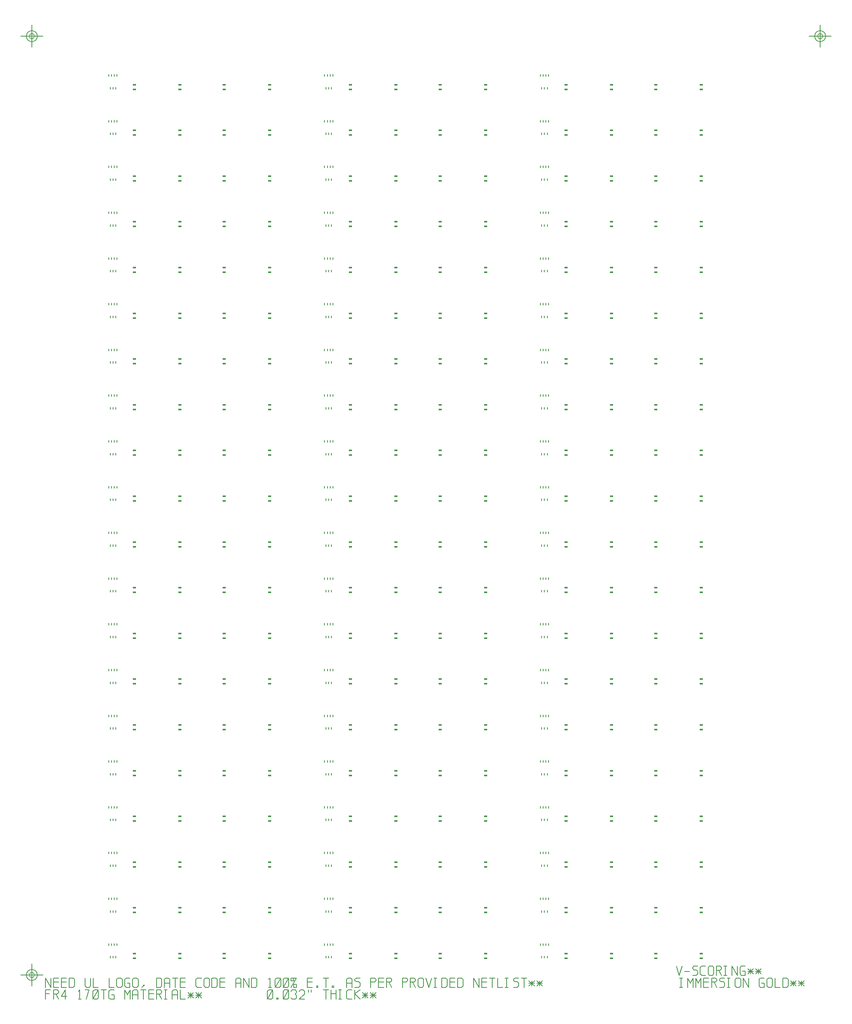
<source format=gbr>
*%FSLAX24Y24*%
%MOIN*%
%IPPOS*%
%ADD10C,0.03*%
%ADD11C,0.024*%
%ADD12R,0.065X0.032*%
%ADD13C,0.0276*%
%ADD14C,0.01*%
%ADD15C,0.015*%
%ADD16C,0.125*%
%ADD17R,0.075X0.075*%
%ADD18R,0.08X0.08*%
%AMD19*
1,1,0.1,0.0,0.0*
1,0,0.0875,0.0,0.0*
1,1,0.05,0.0,0.0*
1,0,0.0375,0.0,0.0*
20,1,0.0062,0.0,-0.0969,0.0,0.0969,0.0*
20,1,0.0062,-0.0969,0.0,0.0969,0.0,0.0*%
%ADD19D19*%
G04:---LTIenv:A019:6,0.2,6 *
%ADD100C,0.03*%
%ADD101C,0.024*%
%ADD102R,0.012X0.024*%
%ADD103R,0.03X0.02*%
%ADD104C,0.007*%
%ADD105R,0.062X0.028*%
%ADD106R,0.0085X0.02*%
%ADD107R,0.026X0.018*%
%ADD108C,0.035*%
%ADD109R,0.07X0.037*%
%ADD110C,0.035*%
%ADD111R,0.017X0.029*%
%ADD112R,0.035X0.025*%
%ADD113C,0.005*%
%AMD117*
1,1,0.001,0.01,0.0*
20,1,0.001,0.01,0.0,-0.01,0.0,0.0*
1,1,0.001,-0.01,0.0*
1,1,0.001,0.0,0.01*
20,1,0.001,0.0,0.01,0.0,-0.01,0.0*
1,1,0.001,0.0,-0.01*%
%ADD117D117*%
%AMD118*
1,1,0.001,0.025,0.0*
20,1,0.001,0.025,0.0,0.0246,-0.0043,0.0*
1,1,0.001,0.0246,-0.0043*
20,1,0.001,0.0246,-0.0043,0.0235,-0.0086,0.0*
1,1,0.001,0.0235,-0.0086*
20,1,0.001,0.0235,-0.0086,0.0217,-0.0125,0.0*
1,1,0.001,0.0217,-0.0125*
20,1,0.001,0.0217,-0.0125,0.0192,-0.0161,0.0*
1,1,0.001,0.0192,-0.0161*
20,1,0.001,0.0192,-0.0161,0.0161,-0.0192,0.0*
1,1,0.001,0.0161,-0.0192*
20,1,0.001,0.0161,-0.0192,0.0125,-0.0217,0.0*
1,1,0.001,0.0125,-0.0217*
20,1,0.001,0.0125,-0.0217,0.0086,-0.0235,0.0*
1,1,0.001,0.0086,-0.0235*
20,1,0.001,0.0086,-0.0235,0.0043,-0.0246,0.0*
1,1,0.001,0.0043,-0.0246*
20,1,0.001,0.0043,-0.0246,0.0,-0.025,0.0*
1,1,0.001,0.0,-0.025*
20,1,0.001,0.0,-0.025,-0.0043,-0.0246,0.0*
1,1,0.001,-0.0043,-0.0246*
20,1,0.001,-0.0043,-0.0246,-0.0086,-0.0235,0.0*
1,1,0.001,-0.0086,-0.0235*
20,1,0.001,-0.0086,-0.0235,-0.0125,-0.0217,0.0*
1,1,0.001,-0.0125,-0.0217*
20,1,0.001,-0.0125,-0.0217,-0.0161,-0.0192,0.0*
1,1,0.001,-0.0161,-0.0192*
20,1,0.001,-0.0161,-0.0192,-0.0192,-0.0161,0.0*
1,1,0.001,-0.0192,-0.0161*
20,1,0.001,-0.0192,-0.0161,-0.0217,-0.0125,0.0*
1,1,0.001,-0.0217,-0.0125*
20,1,0.001,-0.0217,-0.0125,-0.0235,-0.0086,0.0*
1,1,0.001,-0.0235,-0.0086*
20,1,0.001,-0.0235,-0.0086,-0.0246,-0.0043,0.0*
1,1,0.001,-0.0246,-0.0043*
20,1,0.001,-0.0246,-0.0043,-0.025,0.0,0.0*
1,1,0.001,-0.025,0.0*
20,1,0.001,-0.025,0.0,-0.0246,0.0043,0.0*
1,1,0.001,-0.0246,0.0043*
20,1,0.001,-0.0246,0.0043,-0.0235,0.0086,0.0*
1,1,0.001,-0.0235,0.0086*
20,1,0.001,-0.0235,0.0086,-0.0217,0.0125,0.0*
1,1,0.001,-0.0217,0.0125*
20,1,0.001,-0.0217,0.0125,-0.0192,0.0161,0.0*
1,1,0.001,-0.0192,0.0161*
20,1,0.001,-0.0192,0.0161,-0.0161,0.0192,0.0*
1,1,0.001,-0.0161,0.0192*
20,1,0.001,-0.0161,0.0192,-0.0125,0.0217,0.0*
1,1,0.001,-0.0125,0.0217*
20,1,0.001,-0.0125,0.0217,-0.0086,0.0235,0.0*
1,1,0.001,-0.0086,0.0235*
20,1,0.001,-0.0086,0.0235,-0.0043,0.0246,0.0*
1,1,0.001,-0.0043,0.0246*
20,1,0.001,-0.0043,0.0246,0.0,0.025,0.0*
1,1,0.001,0.0,0.025*
20,1,0.001,0.0,0.025,0.0043,0.0246,0.0*
1,1,0.001,0.0043,0.0246*
20,1,0.001,0.0043,0.0246,0.0086,0.0235,0.0*
1,1,0.001,0.0086,0.0235*
20,1,0.001,0.0086,0.0235,0.0125,0.0217,0.0*
1,1,0.001,0.0125,0.0217*
20,1,0.001,0.0125,0.0217,0.0161,0.0192,0.0*
1,1,0.001,0.0161,0.0192*
20,1,0.001,0.0161,0.0192,0.0192,0.0161,0.0*
1,1,0.001,0.0192,0.0161*
20,1,0.001,0.0192,0.0161,0.0217,0.0125,0.0*
1,1,0.001,0.0217,0.0125*
20,1,0.001,0.0217,0.0125,0.0235,0.0086,0.0*
1,1,0.001,0.0235,0.0086*
20,1,0.001,0.0235,0.0086,0.0246,0.0043,0.0*
1,1,0.001,0.0246,0.0043*
20,1,0.001,0.0246,0.0043,0.025,0.0,0.0*
1,1,0.001,0.025,0.0*
1,1,0.001,0.0125,0.0*
20,1,0.001,0.0125,0.0,-0.0125,0.0,0.0*
1,1,0.001,-0.0125,0.0*
1,1,0.001,0.0,0.0125*
20,1,0.001,0.0,0.0125,0.0,-0.0125,0.0*
1,1,0.001,0.0,-0.0125*%
%ADD118D118*%
%ADD119C,0.08*%
%ADD120C,0.008*%
%ADD200C,0.002*%
%ADD901C,0.0118*%
G04:---LTIenv:A901:15,0.0118,1 *
%ADD902C,0.02*%
G04:---LTIenv:A902:15,0.02,2 *

%LPD*%
D120*X580Y-1282D2*Y-2082D1*X120Y-1282*Y-2082*X806Y-1622D2*X1247D1*Y-1282D2*X806D1*Y-2082*X1247*X1487Y-1622D2*X1928D1*Y-1282D2*X1487D1*Y-2082*X1928*X2494D2*X2614Y-1962D1*Y-1408*X2494Y-1282*X2154*Y-2082*X2494*X4000Y-1282D2*Y-1962D1*X3880Y-2082*X3641*X3521Y-1962*Y-1282*X4649Y-2082D2*X4214D1*Y-1282*X6009Y-2082D2*X5575D1*Y-1282*X6236Y-1408D2*Y-1962D1*X6356Y-2082*X6595*X6715Y-1962*Y-1408*X6595Y-1282*X6356*X6236Y-1408*X7143Y-1723D2*X7364D1*Y-2082*X7043*X6923Y-1962*Y-1408*X7043Y-1282*X7364*X7597Y-1408D2*Y-1962D1*X7717Y-2082*X7956*X8076Y-1962*Y-1408*X7956Y-1282*X7717*X7597Y-1408*X8517Y-1975D2*Y-1887D1*X8611*X8391Y-2082*X9978D2*X10098Y-1962D1*Y-1408*X9978Y-1282*X9638*Y-2082*X9978*X10318Y-1723D2*X10778D1*Y-2082D2*Y-1408D1*X10658Y-1282*X10438*X10318Y-1408*Y-2082*X11250D2*Y-1282D1*X11011D2*X11490D1*X11691Y-1622D2*X12132D1*Y-1282D2*X11691D1*Y-2082*X12132*X13506D2*X13146D1*X13027Y-1962*Y-1408*X13146Y-1282*X13506*X13720Y-1408D2*Y-1962D1*X13839Y-2082*X14079*X14198Y-1962*Y-1408*X14079Y-1282*X13839*X13720Y-1408*X14740Y-2082D2*X14860Y-1962D1*Y-1408*X14740Y-1282*X14400*Y-2082*X14740*X15093Y-1622D2*X15534D1*Y-1282D2*X15093D1*Y-2082*X15534*X16441Y-1723D2*X16901D1*Y-2082D2*Y-1408D1*X16781Y-1282*X16561*X16441Y-1408*Y-2082*X17587Y-1282D2*Y-2082D1*X17128Y-1282*Y-2082*X18142D2*X18261Y-1962D1*Y-1408*X18142Y-1282*X17802*Y-2082*X18142*X19509D2*X19269D1*X19389D2*Y-1282D1*X19269Y-1408*X19836Y-2082D2*X20315Y-1282D1*X19956D2*X19836Y-1408D1*Y-1962*X19956Y-2082*X20195*X20315Y-1962*Y-1408*X20195Y-1282*X19956*X20517Y-2082D2*X20995Y-1282D1*X20636D2*X20517Y-1408D1*Y-1962*X20636Y-2082*X20876*X20995Y-1962*Y-1408*X20876Y-1282*X20636*X21417Y-2082D2*X21657D1*Y-1843*X21417*Y-2082*X21178D2*X21657Y-1282D1*X21417*Y-1528*X21178*Y-1282*X21417*X22576Y-1622D2*X23017D1*Y-1282D2*X22576D1*Y-2082*X23017*X23370D2*X23490D1*Y-1962*X23370*Y-2082*X24176D2*Y-1282D1*X23937D2*X24416D1*X24731Y-2082D2*X24850D1*Y-1962*X24731*Y-2082*X25965Y-1723D2*X26425D1*Y-2082D2*Y-1408D1*X26306Y-1282*X26085*X25965Y-1408*Y-2082*X26665D2*X26986D1*X27106Y-1962*Y-1723*X26986Y-1603*X26784*X26665Y-1484*Y-1408*X26784Y-1282*X27106*X28019Y-1622D2*X28359D1*X28479Y-1502*Y-1408*X28359Y-1282*X28019*Y-2082*X28699Y-1622D2*X29140D1*Y-1282D2*X28699D1*Y-2082*X29140*X29827D2*X29587Y-1647D1*X29392D2*X29707D1*X29827Y-1528*Y-1408*X29707Y-1282*X29392*Y-2082*X30740Y-1622D2*X31080D1*X31200Y-1502*Y-1408*X31080Y-1282*X30740*Y-2082*X31868D2*X31628Y-1647D1*X31433D2*X31748D1*X31868Y-1528*Y-1408*X31748Y-1282*X31433*Y-2082*X32088Y-1408D2*Y-1962D1*X32208Y-2082*X32447*X32567Y-1962*Y-1408*X32447Y-1282*X32208*X32088Y-1408*X33247Y-1282D2*X33008Y-2082D1*X32769Y-1282*X33682Y-2082D2*X33443D1*X33562D2*Y-1282D1*X33682D2*X33443D1*X34469Y-2082D2*X34589Y-1962D1*Y-1408*X34469Y-1282*X34129*Y-2082*X34469*X34822Y-1622D2*X35263D1*Y-1282D2*X34822D1*Y-2082*X35263*X35830D2*X35950Y-1962D1*Y-1408*X35830Y-1282*X35490*Y-2082*X35830*X37317Y-1282D2*Y-2082D1*X36857Y-1282*Y-2082*X37543Y-1622D2*X37984D1*Y-1282D2*X37543D1*Y-2082*X37984*X38463D2*Y-1282D1*X38224D2*X38702D1*X39345Y-2082D2*X38910D1*Y-1282*X39805Y-2082D2*X39565D1*X39685D2*Y-1282D1*X39805D2*X39565D1*X40271Y-2082D2*X40592D1*X40712Y-1962*Y-1723*X40592Y-1603*X40391*X40271Y-1484*Y-1408*X40391Y-1282*X40712*X41184Y-2082D2*Y-1282D1*X40945D2*X41424D1*X42079Y-1962D2*X41600Y-1528D1*Y-1962D2*X42079Y-1528D1*Y-1748D2*X41600D1*X41839Y-1528D2*Y-1962D1*X42759D2*X42280Y-1528D1*Y-1962D2*X42759Y-1528D1*Y-1748D2*X42280D1*X42520Y-1528D2*Y-1962D1*X54772Y-2082D2*X54532D1*X54652D2*Y-1282D1*X54772D2*X54532D1*X55672Y-2082D2*Y-1282D1*X55452Y-1723*X55231Y-1282*Y-2082*X56353D2*Y-1282D1*X56132Y-1723*X55912Y-1282*Y-2082*X56592Y-1622D2*X57033D1*Y-1282D2*X56592D1*Y-2082*X57033*X57720D2*X57480Y-1647D1*X57285D2*X57600D1*X57720Y-1528*Y-1408*X57600Y-1282*X57285*Y-2082*X57959D2*X58280D1*X58400Y-1962*Y-1723*X58280Y-1603*X58079*X57959Y-1484*Y-1408*X58079Y-1282*X58400*X58854Y-2082D2*X58614D1*X58734D2*Y-1282D1*X58854D2*X58614D1*X59301Y-1408D2*Y-1962D1*X59420Y-2082*X59660*X59780Y-1962*Y-1408*X59660Y-1282*X59420*X59301Y-1408*X60447Y-1282D2*Y-2082D1*X59987Y-1282*Y-2082*X61569Y-1723D2*X61789D1*Y-2082*X61468*X61348Y-1962*Y-1408*X61468Y-1282*X61789*X62022Y-1408D2*Y-1962D1*X62142Y-2082*X62381*X62501Y-1962*Y-1408*X62381Y-1282*X62142*X62022Y-1408*X63156Y-2082D2*X62721D1*Y-1282*X63723Y-2082D2*X63843Y-1962D1*Y-1408*X63723Y-1282*X63383*Y-2082*X63723*X64529Y-1962D2*X64050Y-1528D1*Y-1962D2*X64529Y-1528D1*Y-1748D2*X64050D1*X64290Y-1528D2*Y-1962D1*X65209D2*X64731Y-1528D1*Y-1962D2*X65209Y-1528D1*Y-1748D2*X64731D1*X64970Y-1528D2*Y-1962D1*X441Y-2643D2*X126D1*Y-3102D2*Y-2302D1*X561*X1254Y-3102D2*X1014Y-2668D1*X819D2*X1134D1*X1254Y-2548*Y-2428*X1134Y-2302*X819*Y-3102*X1946Y-2863D2*X1487D1*X1827Y-2302*Y-3102*X3181D2*X2942D1*X3061D2*Y-2302D1*X2942Y-2428*X3628Y-3102D2*X3868Y-2302D1*X3509*X4189Y-3102D2*X4668Y-2302D1*X4309D2*X4189Y-2428D1*Y-2983*X4309Y-3102*X4548*X4668Y-2983*Y-2428*X4548Y-2302*X4309*X5128Y-3102D2*Y-2302D1*X4888D2*X5367D1*X5783Y-2743D2*X6003D1*Y-3102*X5682*X5562Y-2983*Y-2428*X5682Y-2302*X6003*X7370Y-3102D2*Y-2302D1*X7150Y-2743*X6929Y-2302*Y-3102*X7597Y-2743D2*X8057D1*Y-3102D2*Y-2428D1*X7937Y-2302*X7717*X7597Y-2428*Y-3102*X8529D2*Y-2302D1*X8290D2*X8769D1*X8970Y-2643D2*X9411D1*Y-2302D2*X8970D1*Y-3102*X9411*X10098D2*X9858Y-2668D1*X9663D2*X9978D1*X10098Y-2548*Y-2428*X9978Y-2302*X9663*Y-3102*X10551D2*X10312D1*X10431D2*Y-2302D1*X10551D2*X10312D1*X10998Y-2743D2*X11458D1*Y-3102D2*Y-2428D1*X11339Y-2302*X11118*X10998Y-2428*Y-3102*X12132D2*X11698D1*Y-2302*X12825Y-2983D2*X12346Y-2548D1*Y-2983D2*X12825Y-2548D1*Y-2769D2*X12346D1*X12586Y-2548D2*Y-2983D1*X13506D2*X13027Y-2548D1*Y-2983D2*X13506Y-2548D1*Y-2769D2*X13027D1*X13266Y-2548D2*Y-2983D1*X19156Y-3102D2*X19635Y-2302D1*X19276D2*X19156Y-2428D1*Y-2983*X19276Y-3102*X19515*X19635Y-2983*Y-2428*X19515Y-2302*X19276*X19969Y-3102D2*X20088D1*Y-2983*X19969*Y-3102*X20517D2*X20995Y-2302D1*X20636D2*X20517Y-2428D1*Y-2983*X20636Y-3102*X20876*X20995Y-2983*Y-2428*X20876Y-2302*X20636*X21178Y-2983D2*X21298Y-3102D1*X21543*X21663Y-2983*Y-2788*X21543Y-2668*X21663Y-2548*Y-2428*X21543Y-2302*X21298*X21178Y-2428*X22343Y-3102D2*X21883D1*X22343Y-2668*Y-2428*X22224Y-2302*X22003*X21883Y-2428*X22917Y-2504D2*Y-2302D1*X22677Y-2504D2*Y-2302D1*X24176Y-3102D2*Y-2302D1*X23937D2*X24416D1*X24605Y-2643D2*X25065D1*Y-2302D2*Y-3102D1*X24605D2*Y-2302D1*X25518Y-3102D2*X25279D1*X25398D2*Y-2302D1*X25518D2*X25279D1*X26431Y-3102D2*X26072D1*X25953Y-2983*Y-2428*X26072Y-2302*X26431*X26665Y-3102D2*Y-2302D1*X27106Y-3102D2*X26665Y-2643D1*X27106Y-2302*X27792Y-2983D2*X27313Y-2548D1*Y-2983D2*X27792Y-2548D1*Y-2769D2*X27313D1*X27553Y-2548D2*Y-2983D1*X28472D2*X27994Y-2548D1*Y-2983D2*X28472Y-2548D1*Y-2769D2*X27994D1*X28233Y-2548D2*Y-2983D1*X54738Y-262D2*X54499Y-1062D1*X54259Y-262*X55393Y-728D2*X54952D1*X55639Y-1062D2*X55960D1*X56080Y-942*Y-703*X55960Y-583*X55759*X55639Y-464*Y-388*X55759Y-262*X56080*X56766Y-1062D2*X56407D1*X56288Y-942*Y-388*X56407Y-262*X56766*X56981Y-388D2*Y-942D1*X57100Y-1062*X57340*X57459Y-942*Y-388*X57340Y-262*X57100*X56981Y-388*X58121Y-1062D2*X57881Y-627D1*X57686D2*X58001D1*X58121Y-508*Y-388*X58001Y-262*X57686*Y-1062*X58574D2*X58335D1*X58455D2*Y-262D1*X58574D2*X58335D1*X59488D2*Y-1062D1*X59028Y-262*Y-1062*X59929Y-703D2*X60149D1*Y-1062*X59828*X59708Y-942*Y-388*X59828Y-262*X60149*X60848Y-942D2*X60370Y-508D1*Y-942D2*X60848Y-508D1*Y-728D2*X60370D1*X60609Y-508D2*Y-942D1*X61529D2*X61050Y-508D1*Y-942D2*X61529Y-508D1*Y-728D2*X61050D1*X61289Y-508D2*Y-942D1*D19*X-1040Y79440D3*X66576D3*X-1040Y-1040D3*D106*X6146Y74977D3*X6264Y76063D3*X5556D3*X5674Y74977D3*X5792Y76063D3*X5910Y74977D3*X6028Y76063D3*X24658Y74977D3*X24776Y76063D3*X24068D3*X24186Y74977D3*X24304Y76063D3*X24422Y74977D3*X24540Y76063D3*X43170Y74977D3*X43288Y76063D3*X42580D3*X42698Y74977D3*X42816Y76063D3*X42934Y74977D3*X43052Y76063D3*X43170Y71057D3*X43288Y72143D3*X42580D3*X42698Y71057D3*X42816Y72143D3*X42934Y71057D3*X43052Y72143D3*X24658Y71057D3*X24776Y72143D3*X24068D3*X24186Y71057D3*X24304Y72143D3*X24422Y71057D3*X24540Y72143D3*X6146Y71057D3*X6264Y72143D3*X5556D3*X5674Y71057D3*X5792Y72143D3*X5910Y71057D3*X6028Y72143D3*X6146Y67137D3*X6264Y68223D3*X5556D3*X5674Y67137D3*X5792Y68223D3*X5910Y67137D3*X6028Y68223D3*X24658Y67137D3*X24776Y68223D3*X24068D3*X24186Y67137D3*X24304Y68223D3*X24422Y67137D3*X24540Y68223D3*X43170Y67137D3*X43288Y68223D3*X42580D3*X42698Y67137D3*X42816Y68223D3*X42934Y67137D3*X43052Y68223D3*X43170Y63217D3*X43288Y64303D3*X42580D3*X42698Y63217D3*X42816Y64303D3*X42934Y63217D3*X43052Y64303D3*X24658Y63217D3*X24776Y64303D3*X24068D3*X24186Y63217D3*X24304Y64303D3*X24422Y63217D3*X24540Y64303D3*X6146Y63217D3*X6264Y64303D3*X5556D3*X5674Y63217D3*X5792Y64303D3*X5910Y63217D3*X6028Y64303D3*X6146Y59297D3*X6264Y60383D3*X5556D3*X5674Y59297D3*X5792Y60383D3*X5910Y59297D3*X6028Y60383D3*X24658Y59297D3*X24776Y60383D3*X24068D3*X24186Y59297D3*X24304Y60383D3*X24422Y59297D3*X24540Y60383D3*X43170Y59297D3*X43288Y60383D3*X42580D3*X42698Y59297D3*X42816Y60383D3*X42934Y59297D3*X43052Y60383D3*X43170Y55377D3*X43288Y56463D3*X42580D3*X42698Y55377D3*X42816Y56463D3*X42934Y55377D3*X43052Y56463D3*X24658Y55377D3*X24776Y56463D3*X24068D3*X24186Y55377D3*X24304Y56463D3*X24422Y55377D3*X24540Y56463D3*X6146Y55377D3*X6264Y56463D3*X5556D3*X5674Y55377D3*X5792Y56463D3*X5910Y55377D3*X6028Y56463D3*X6146Y51457D3*X6264Y52543D3*X5556D3*X5674Y51457D3*X5792Y52543D3*X5910Y51457D3*X6028Y52543D3*X24658Y51457D3*X24776Y52543D3*X24068D3*X24186Y51457D3*X24304Y52543D3*X24422Y51457D3*X24540Y52543D3*X43170Y51457D3*X43288Y52543D3*X42580D3*X42698Y51457D3*X42816Y52543D3*X42934Y51457D3*X43052Y52543D3*X43170Y47537D3*X43288Y48623D3*X42580D3*X42698Y47537D3*X42816Y48623D3*X42934Y47537D3*X43052Y48623D3*X24658Y47537D3*X24776Y48623D3*X24068D3*X24186Y47537D3*X24304Y48623D3*X24422Y47537D3*X24540Y48623D3*X6146Y47537D3*X6264Y48623D3*X5556D3*X5674Y47537D3*X5792Y48623D3*X5910Y47537D3*X6028Y48623D3*X6146Y43617D3*X6264Y44703D3*X5556D3*X5674Y43617D3*X5792Y44703D3*X5910Y43617D3*X6028Y44703D3*X24658Y43617D3*X24776Y44703D3*X24068D3*X24186Y43617D3*X24304Y44703D3*X24422Y43617D3*X24540Y44703D3*X43170Y43617D3*X43288Y44703D3*X42580D3*X42698Y43617D3*X42816Y44703D3*X42934Y43617D3*X43052Y44703D3*X43170Y39697D3*X43288Y40783D3*X42580D3*X42698Y39697D3*X42816Y40783D3*X42934Y39697D3*X43052Y40783D3*X24658Y39697D3*X24776Y40783D3*X24068D3*X24186Y39697D3*X24304Y40783D3*X24422Y39697D3*X24540Y40783D3*X6146Y39697D3*X6264Y40783D3*X5556D3*X5674Y39697D3*X5792Y40783D3*X5910Y39697D3*X6028Y40783D3*X6146Y35777D3*X6264Y36863D3*X5556D3*X5674Y35777D3*X5792Y36863D3*X5910Y35777D3*X6028Y36863D3*X24658Y35777D3*X24776Y36863D3*X24068D3*X24186Y35777D3*X24304Y36863D3*X24422Y35777D3*X24540Y36863D3*X43170Y35777D3*X43288Y36863D3*X42580D3*X42698Y35777D3*X42816Y36863D3*X42934Y35777D3*X43052Y36863D3*X43170Y31857D3*X43288Y32943D3*X42580D3*X42698Y31857D3*X42816Y32943D3*X42934Y31857D3*X43052Y32943D3*X24658Y31857D3*X24776Y32943D3*X24068D3*X24186Y31857D3*X24304Y32943D3*X24422Y31857D3*X24540Y32943D3*X6146Y31857D3*X6264Y32943D3*X5556D3*X5674Y31857D3*X5792Y32943D3*X5910Y31857D3*X6028Y32943D3*X6146Y27937D3*X6264Y29023D3*X5556D3*X5674Y27937D3*X5792Y29023D3*X5910Y27937D3*X6028Y29023D3*X24658Y27937D3*X24776Y29023D3*X24068D3*X24186Y27937D3*X24304Y29023D3*X24422Y27937D3*X24540Y29023D3*X43170Y27937D3*X43288Y29023D3*X42580D3*X42698Y27937D3*X42816Y29023D3*X42934Y27937D3*X43052Y29023D3*X43170Y24017D3*X43288Y25103D3*X42580D3*X42698Y24017D3*X42816Y25103D3*X42934Y24017D3*X43052Y25103D3*X24658Y24017D3*X24776Y25103D3*X24068D3*X24186Y24017D3*X24304Y25103D3*X24422Y24017D3*X24540Y25103D3*X6146Y24017D3*X6264Y25103D3*X5556D3*X5674Y24017D3*X5792Y25103D3*X5910Y24017D3*X6028Y25103D3*X6146Y20097D3*X6264Y21183D3*X5556D3*X5674Y20097D3*X5792Y21183D3*X5910Y20097D3*X6028Y21183D3*X24658Y20097D3*X24776Y21183D3*X24068D3*X24186Y20097D3*X24304Y21183D3*X24422Y20097D3*X24540Y21183D3*X43170Y20097D3*X43288Y21183D3*X42580D3*X42698Y20097D3*X42816Y21183D3*X42934Y20097D3*X43052Y21183D3*X43170Y16177D3*X43288Y17263D3*X42580D3*X42698Y16177D3*X42816Y17263D3*X42934Y16177D3*X43052Y17263D3*X24658Y16177D3*X24776Y17263D3*X24068D3*X24186Y16177D3*X24304Y17263D3*X24422Y16177D3*X24540Y17263D3*X6146Y16177D3*X6264Y17263D3*X5556D3*X5674Y16177D3*X5792Y17263D3*X5910Y16177D3*X6028Y17263D3*X6146Y12257D3*X6264Y13343D3*X5556D3*X5674Y12257D3*X5792Y13343D3*X5910Y12257D3*X6028Y13343D3*X24658Y12257D3*X24776Y13343D3*X24068D3*X24186Y12257D3*X24304Y13343D3*X24422Y12257D3*X24540Y13343D3*X43170Y12257D3*X43288Y13343D3*X42580D3*X42698Y12257D3*X42816Y13343D3*X42934Y12257D3*X43052Y13343D3*X43170Y8337D3*X43288Y9423D3*X42580D3*X42698Y8337D3*X42816Y9423D3*X42934Y8337D3*X43052Y9423D3*X24658Y8337D3*X24776Y9423D3*X24068D3*X24186Y8337D3*X24304Y9423D3*X24422Y8337D3*X24540Y9423D3*X6146Y8337D3*X6264Y9423D3*X5556D3*X5674Y8337D3*X5792Y9423D3*X5910Y8337D3*X6028Y9423D3*X6146Y4417D3*X6264Y5503D3*X5556D3*X5674Y4417D3*X5792Y5503D3*X5910Y4417D3*X6028Y5503D3*X24658Y4417D3*X24776Y5503D3*X24068D3*X24186Y4417D3*X24304Y5503D3*X24422Y4417D3*X24540Y5503D3*X43170Y4417D3*X43288Y5503D3*X42580D3*X42698Y4417D3*X42816Y5503D3*X42934Y4417D3*X43052Y5503D3*X43170Y497D3*X43288Y1583D3*X42580D3*X42698Y497D3*X42816Y1583D3*X42934Y497D3*X43052Y1583D3*X24658Y497D3*X24776Y1583D3*X24068D3*X24186Y497D3*X24304Y1583D3*X24422Y497D3*X24540Y1583D3*X6146Y497D3*X6264Y1583D3*X5556D3*X5674Y497D3*X5792Y1583D3*X5910Y497D3*X6028Y1583D3*D107*X19360Y74880D3*Y75280D3*X15460Y74880D3*Y75280D3*X11660Y74880D3*Y75280D3*X7760Y74880D3*Y75280D3*X37872Y74880D3*Y75280D3*X33972Y74880D3*Y75280D3*X30172Y74880D3*Y75280D3*X26272Y74880D3*Y75280D3*X56384Y74880D3*Y75280D3*X52484Y74880D3*Y75280D3*X48684Y74880D3*Y75280D3*X44784Y74880D3*Y75280D3*X56384Y70960D3*Y71360D3*X52484Y70960D3*Y71360D3*X48684Y70960D3*Y71360D3*X44784Y70960D3*Y71360D3*X37872Y70960D3*Y71360D3*X33972Y70960D3*Y71360D3*X30172Y70960D3*Y71360D3*X26272Y70960D3*Y71360D3*X19360Y70960D3*Y71360D3*X15460Y70960D3*Y71360D3*X11660Y70960D3*Y71360D3*X7760Y70960D3*Y71360D3*X19360Y67040D3*Y67440D3*X15460Y67040D3*Y67440D3*X11660Y67040D3*Y67440D3*X7760Y67040D3*Y67440D3*X37872Y67040D3*Y67440D3*X33972Y67040D3*Y67440D3*X30172Y67040D3*Y67440D3*X26272Y67040D3*Y67440D3*X56384Y67040D3*Y67440D3*X52484Y67040D3*Y67440D3*X48684Y67040D3*Y67440D3*X44784Y67040D3*Y67440D3*X56384Y63120D3*Y63520D3*X52484Y63120D3*Y63520D3*X48684Y63120D3*Y63520D3*X44784Y63120D3*Y63520D3*X37872Y63120D3*Y63520D3*X33972Y63120D3*Y63520D3*X30172Y63120D3*Y63520D3*X26272Y63120D3*Y63520D3*X19360Y63120D3*Y63520D3*X15460Y63120D3*Y63520D3*X11660Y63120D3*Y63520D3*X7760Y63120D3*Y63520D3*X19360Y59200D3*Y59600D3*X15460Y59200D3*Y59600D3*X11660Y59200D3*Y59600D3*X7760Y59200D3*Y59600D3*X37872Y59200D3*Y59600D3*X33972Y59200D3*Y59600D3*X30172Y59200D3*Y59600D3*X26272Y59200D3*Y59600D3*X56384Y59200D3*Y59600D3*X52484Y59200D3*Y59600D3*X48684Y59200D3*Y59600D3*X44784Y59200D3*Y59600D3*X56384Y55280D3*Y55680D3*X52484Y55280D3*Y55680D3*X48684Y55280D3*Y55680D3*X44784Y55280D3*Y55680D3*X37872Y55280D3*Y55680D3*X33972Y55280D3*Y55680D3*X30172Y55280D3*Y55680D3*X26272Y55280D3*Y55680D3*X19360Y55280D3*Y55680D3*X15460Y55280D3*Y55680D3*X11660Y55280D3*Y55680D3*X7760Y55280D3*Y55680D3*X19360Y51360D3*Y51760D3*X15460Y51360D3*Y51760D3*X11660Y51360D3*Y51760D3*X7760Y51360D3*Y51760D3*X37872Y51360D3*Y51760D3*X33972Y51360D3*Y51760D3*X30172Y51360D3*Y51760D3*X26272Y51360D3*Y51760D3*X56384Y51360D3*Y51760D3*X52484Y51360D3*Y51760D3*X48684Y51360D3*Y51760D3*X44784Y51360D3*Y51760D3*X56384Y47440D3*Y47840D3*X52484Y47440D3*Y47840D3*X48684Y47440D3*Y47840D3*X44784Y47440D3*Y47840D3*X37872Y47440D3*Y47840D3*X33972Y47440D3*Y47840D3*X30172Y47440D3*Y47840D3*X26272Y47440D3*Y47840D3*X19360Y47440D3*Y47840D3*X15460Y47440D3*Y47840D3*X11660Y47440D3*Y47840D3*X7760Y47440D3*Y47840D3*X19360Y43520D3*Y43920D3*X15460Y43520D3*Y43920D3*X11660Y43520D3*Y43920D3*X7760Y43520D3*Y43920D3*X37872Y43520D3*Y43920D3*X33972Y43520D3*Y43920D3*X30172Y43520D3*Y43920D3*X26272Y43520D3*Y43920D3*X56384Y43520D3*Y43920D3*X52484Y43520D3*Y43920D3*X48684Y43520D3*Y43920D3*X44784Y43520D3*Y43920D3*X56384Y39600D3*Y40000D3*X52484Y39600D3*Y40000D3*X48684Y39600D3*Y40000D3*X44784Y39600D3*Y40000D3*X37872Y39600D3*Y40000D3*X33972Y39600D3*Y40000D3*X30172Y39600D3*Y40000D3*X26272Y39600D3*Y40000D3*X19360Y39600D3*Y40000D3*X15460Y39600D3*Y40000D3*X11660Y39600D3*Y40000D3*X7760Y39600D3*Y40000D3*X19360Y35680D3*Y36080D3*X15460Y35680D3*Y36080D3*X11660Y35680D3*Y36080D3*X7760Y35680D3*Y36080D3*X37872Y35680D3*Y36080D3*X33972Y35680D3*Y36080D3*X30172Y35680D3*Y36080D3*X26272Y35680D3*Y36080D3*X56384Y35680D3*Y36080D3*X52484Y35680D3*Y36080D3*X48684Y35680D3*Y36080D3*X44784Y35680D3*Y36080D3*X56384Y31760D3*Y32160D3*X52484Y31760D3*Y32160D3*X48684Y31760D3*Y32160D3*X44784Y31760D3*Y32160D3*X37872Y31760D3*Y32160D3*X33972Y31760D3*Y32160D3*X30172Y31760D3*Y32160D3*X26272Y31760D3*Y32160D3*X19360Y31760D3*Y32160D3*X15460Y31760D3*Y32160D3*X11660Y31760D3*Y32160D3*X7760Y31760D3*Y32160D3*X19360Y27840D3*Y28240D3*X15460Y27840D3*Y28240D3*X11660Y27840D3*Y28240D3*X7760Y27840D3*Y28240D3*X37872Y27840D3*Y28240D3*X33972Y27840D3*Y28240D3*X30172Y27840D3*Y28240D3*X26272Y27840D3*Y28240D3*X56384Y27840D3*Y28240D3*X52484Y27840D3*Y28240D3*X48684Y27840D3*Y28240D3*X44784Y27840D3*Y28240D3*X56384Y23920D3*Y24320D3*X52484Y23920D3*Y24320D3*X48684Y23920D3*Y24320D3*X44784Y23920D3*Y24320D3*X37872Y23920D3*Y24320D3*X33972Y23920D3*Y24320D3*X30172Y23920D3*Y24320D3*X26272Y23920D3*Y24320D3*X19360Y23920D3*Y24320D3*X15460Y23920D3*Y24320D3*X11660Y23920D3*Y24320D3*X7760Y23920D3*Y24320D3*X19360Y20000D3*Y20400D3*X15460Y20000D3*Y20400D3*X11660Y20000D3*Y20400D3*X7760Y20000D3*Y20400D3*X37872Y20000D3*Y20400D3*X33972Y20000D3*Y20400D3*X30172Y20000D3*Y20400D3*X26272Y20000D3*Y20400D3*X56384Y20000D3*Y20400D3*X52484Y20000D3*Y20400D3*X48684Y20000D3*Y20400D3*X44784Y20000D3*Y20400D3*X56384Y16080D3*Y16480D3*X52484Y16080D3*Y16480D3*X48684Y16080D3*Y16480D3*X44784Y16080D3*Y16480D3*X37872Y16080D3*Y16480D3*X33972Y16080D3*Y16480D3*X30172Y16080D3*Y16480D3*X26272Y16080D3*Y16480D3*X19360Y16080D3*Y16480D3*X15460Y16080D3*Y16480D3*X11660Y16080D3*Y16480D3*X7760Y16080D3*Y16480D3*X19360Y12160D3*Y12560D3*X15460Y12160D3*Y12560D3*X11660Y12160D3*Y12560D3*X7760Y12160D3*Y12560D3*X37872Y12160D3*Y12560D3*X33972Y12160D3*Y12560D3*X30172Y12160D3*Y12560D3*X26272Y12160D3*Y12560D3*X56384Y12160D3*Y12560D3*X52484Y12160D3*Y12560D3*X48684Y12160D3*Y12560D3*X44784Y12160D3*Y12560D3*X56384Y8240D3*Y8640D3*X52484Y8240D3*Y8640D3*X48684Y8240D3*Y8640D3*X44784Y8240D3*Y8640D3*X37872Y8240D3*Y8640D3*X33972Y8240D3*Y8640D3*X30172Y8240D3*Y8640D3*X26272Y8240D3*Y8640D3*X19360Y8240D3*Y8640D3*X15460Y8240D3*Y8640D3*X11660Y8240D3*Y8640D3*X7760Y8240D3*Y8640D3*X19360Y4320D3*Y4720D3*X15460Y4320D3*Y4720D3*X11660Y4320D3*Y4720D3*X7760Y4320D3*Y4720D3*X37872Y4320D3*Y4720D3*X33972Y4320D3*Y4720D3*X30172Y4320D3*Y4720D3*X26272Y4320D3*Y4720D3*X56384Y4320D3*Y4720D3*X52484Y4320D3*Y4720D3*X48684Y4320D3*Y4720D3*X44784Y4320D3*Y4720D3*X56384Y400D3*Y800D3*X52484Y400D3*Y800D3*X48684Y400D3*Y800D3*X44784Y400D3*Y800D3*X37872Y400D3*Y800D3*X33972Y400D3*Y800D3*X30172Y400D3*Y800D3*X26272Y400D3*Y800D3*X19360Y400D3*Y800D3*X15460Y400D3*Y800D3*X11660Y400D3*Y800D3*X7760Y400D3*Y800D3*X0Y0D2*M02*
</source>
